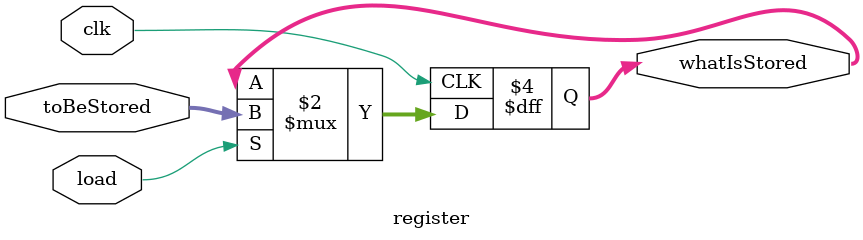
<source format=sv>
module register(output logic [3:0] whatIsStored, input logic clk, load, input logic [3:0] toBeStored);
    always_ff @(posedge clk) begin
        if(load) begin
            whatIsStored <= toBeStored;
        end
    end
endmodule
</source>
